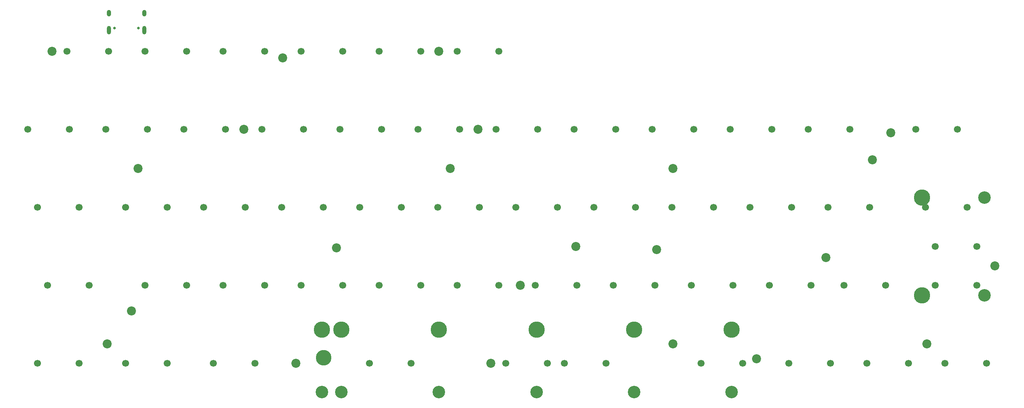
<source format=gbr>
G04 #@! TF.GenerationSoftware,KiCad,Pcbnew,(7.0.0)*
G04 #@! TF.CreationDate,2023-11-27T23:21:56+01:00*
G04 #@! TF.ProjectId,vootington V4N,766f6f74-696e-4677-946f-6e2056344e2e,rev?*
G04 #@! TF.SameCoordinates,Original*
G04 #@! TF.FileFunction,Soldermask,Top*
G04 #@! TF.FilePolarity,Negative*
%FSLAX46Y46*%
G04 Gerber Fmt 4.6, Leading zero omitted, Abs format (unit mm)*
G04 Created by KiCad (PCBNEW (7.0.0)) date 2023-11-27 23:21:56*
%MOMM*%
%LPD*%
G01*
G04 APERTURE LIST*
%ADD10C,2.200000*%
%ADD11C,1.700000*%
%ADD12C,3.048000*%
%ADD13C,3.987800*%
%ADD14C,3.800000*%
%ADD15C,0.650000*%
%ADD16O,1.000000X1.600000*%
%ADD17O,1.000000X2.100000*%
G04 APERTURE END LIST*
D10*
X144462500Y-98425000D03*
X106744954Y-70226862D03*
D11*
X252888750Y-69850000D03*
X263048750Y-69850000D03*
D10*
X209309500Y-97302500D03*
D11*
X79057500Y-79375000D03*
X89217500Y-79375000D03*
X150495000Y-60325000D03*
X160655000Y-60325000D03*
X60007500Y-79375000D03*
X70167500Y-79375000D03*
X76676250Y-98425000D03*
X86836250Y-98425000D03*
X250507500Y-60325000D03*
X260667500Y-60325000D03*
X88582500Y-41275000D03*
X98742500Y-41275000D03*
X55245000Y-60325000D03*
X65405000Y-60325000D03*
D10*
X242093750Y-42068750D03*
D11*
X207645000Y-60325000D03*
X217805000Y-60325000D03*
X202882500Y-41275000D03*
X213042500Y-41275000D03*
X55245000Y-98425000D03*
X65405000Y-98425000D03*
D10*
X131762500Y-22225000D03*
D11*
X174307500Y-79375000D03*
X184467500Y-79375000D03*
X183832500Y-41275000D03*
X193992500Y-41275000D03*
D10*
X237562500Y-48674000D03*
D11*
X169545000Y-60325000D03*
X179705000Y-60325000D03*
D10*
X96837500Y-98425000D03*
D11*
X98107500Y-79375000D03*
X108267500Y-79375000D03*
X221932500Y-41275000D03*
X232092500Y-41275000D03*
X112395000Y-60325000D03*
X122555000Y-60325000D03*
D10*
X250825000Y-93662500D03*
D11*
X79057500Y-22225000D03*
X89217500Y-22225000D03*
X36195000Y-79375000D03*
X46355000Y-79375000D03*
D10*
X226218750Y-72531250D03*
D11*
X136207500Y-79375000D03*
X146367500Y-79375000D03*
X126682500Y-41275000D03*
X136842500Y-41275000D03*
X98107500Y-22225000D03*
X108267500Y-22225000D03*
X188595000Y-60325000D03*
X198755000Y-60325000D03*
X50482500Y-41275000D03*
X60642500Y-41275000D03*
D10*
X188912500Y-93662500D03*
D11*
X40957500Y-22225000D03*
X51117500Y-22225000D03*
D12*
X131762500Y-105410000D03*
D13*
X131762500Y-90170000D03*
D12*
X107950000Y-105410000D03*
D13*
X107950000Y-90170000D03*
D14*
X103662500Y-97024000D03*
D11*
X193357500Y-79375000D03*
X203517500Y-79375000D03*
X69532500Y-41275000D03*
X79692500Y-41275000D03*
D10*
X84137500Y-41275000D03*
X188912500Y-50800000D03*
D11*
X107632500Y-41275000D03*
X117792500Y-41275000D03*
D10*
X56715000Y-85573750D03*
D13*
X249713750Y-57943750D03*
X249713750Y-81756250D03*
D12*
X264953750Y-57943750D03*
X264953750Y-81756250D03*
D11*
X248126250Y-41275000D03*
X258286250Y-41275000D03*
X212407500Y-79375000D03*
X222567500Y-79375000D03*
X145732500Y-41275000D03*
X155892500Y-41275000D03*
X117157500Y-22225000D03*
X127317500Y-22225000D03*
D10*
X141287500Y-41275000D03*
X267493750Y-74612500D03*
X184943750Y-70643750D03*
D11*
X117157500Y-79375000D03*
X127317500Y-79375000D03*
X236220000Y-98425000D03*
X246380000Y-98425000D03*
D10*
X134512500Y-50800000D03*
D12*
X203193650Y-105410000D03*
D13*
X203193650Y-90170000D03*
D12*
X103181150Y-105410000D03*
D13*
X103181150Y-90170000D03*
D11*
X136207500Y-22225000D03*
X146367500Y-22225000D03*
X230663750Y-79375000D03*
X240823750Y-79375000D03*
X217170000Y-98425000D03*
X227330000Y-98425000D03*
X162401250Y-98425000D03*
X172561250Y-98425000D03*
X226695000Y-60325000D03*
X236855000Y-60325000D03*
X114776250Y-98425000D03*
X124936250Y-98425000D03*
X93345000Y-60325000D03*
X103505000Y-60325000D03*
X195738750Y-98425000D03*
X205898750Y-98425000D03*
X74295000Y-60325000D03*
X84455000Y-60325000D03*
X164782500Y-41275000D03*
X174942500Y-41275000D03*
X33813750Y-98425000D03*
X43973750Y-98425000D03*
D10*
X50800000Y-93662500D03*
D11*
X131445000Y-60325000D03*
X141605000Y-60325000D03*
X33813750Y-60325000D03*
X43973750Y-60325000D03*
X148107400Y-98425000D03*
X158267400Y-98425000D03*
X252888750Y-79375000D03*
X263048750Y-79375000D03*
D10*
X37306250Y-22225000D03*
D11*
X31432500Y-41275000D03*
X41592500Y-41275000D03*
D10*
X165162500Y-69850000D03*
D11*
X155257500Y-79375000D03*
X165417500Y-79375000D03*
X255270000Y-98425000D03*
X265430000Y-98425000D03*
X60007500Y-22225000D03*
X70167500Y-22225000D03*
D10*
X151606250Y-79375000D03*
D12*
X179387500Y-105410000D03*
D13*
X179387500Y-90170000D03*
D12*
X155575000Y-105410000D03*
D13*
X155575000Y-90170000D03*
D10*
X93662500Y-23812500D03*
X58312500Y-50800000D03*
D15*
X52609000Y-16490625D03*
X58389000Y-16490625D03*
D16*
X51178999Y-12840624D03*
D17*
X51178999Y-17020624D03*
D16*
X59818999Y-12840624D03*
D17*
X59818999Y-17020624D03*
M02*

</source>
